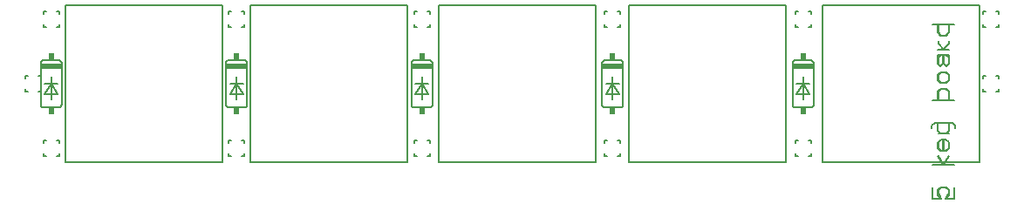
<source format=gto>
G75*
%MOIN*%
%OFA0B0*%
%FSLAX25Y25*%
%IPPOS*%
%LPD*%
%AMOC8*
5,1,8,0,0,1.08239X$1,22.5*
%
%ADD10C,0.00600*%
%ADD11R,0.08000X0.02000*%
%ADD12R,0.02000X0.02500*%
%ADD13C,0.00500*%
D10*
X0008940Y0019873D02*
X0008940Y0020873D01*
X0008940Y0019873D02*
X0009940Y0019873D01*
X0013940Y0019873D02*
X0014940Y0019873D01*
X0014940Y0020873D01*
X0014940Y0024873D02*
X0014940Y0025873D01*
X0013940Y0025873D01*
X0009940Y0025873D02*
X0008940Y0025873D01*
X0008940Y0024873D01*
X0008940Y0038479D02*
X0014940Y0038479D01*
X0015000Y0038481D01*
X0015061Y0038486D01*
X0015120Y0038495D01*
X0015179Y0038508D01*
X0015238Y0038524D01*
X0015295Y0038544D01*
X0015350Y0038567D01*
X0015405Y0038594D01*
X0015457Y0038623D01*
X0015508Y0038656D01*
X0015557Y0038692D01*
X0015603Y0038730D01*
X0015647Y0038772D01*
X0015689Y0038816D01*
X0015727Y0038862D01*
X0015763Y0038911D01*
X0015796Y0038962D01*
X0015825Y0039014D01*
X0015852Y0039069D01*
X0015875Y0039124D01*
X0015895Y0039181D01*
X0015911Y0039240D01*
X0015924Y0039299D01*
X0015933Y0039358D01*
X0015938Y0039419D01*
X0015940Y0039479D01*
X0015940Y0055479D01*
X0015938Y0055539D01*
X0015933Y0055600D01*
X0015924Y0055659D01*
X0015911Y0055718D01*
X0015895Y0055777D01*
X0015875Y0055834D01*
X0015852Y0055889D01*
X0015825Y0055944D01*
X0015796Y0055996D01*
X0015763Y0056047D01*
X0015727Y0056096D01*
X0015689Y0056142D01*
X0015647Y0056186D01*
X0015603Y0056228D01*
X0015557Y0056266D01*
X0015508Y0056302D01*
X0015457Y0056335D01*
X0015405Y0056364D01*
X0015350Y0056391D01*
X0015295Y0056414D01*
X0015238Y0056434D01*
X0015179Y0056450D01*
X0015120Y0056463D01*
X0015061Y0056472D01*
X0015000Y0056477D01*
X0014940Y0056479D01*
X0008940Y0056479D01*
X0008880Y0056477D01*
X0008819Y0056472D01*
X0008760Y0056463D01*
X0008701Y0056450D01*
X0008642Y0056434D01*
X0008585Y0056414D01*
X0008530Y0056391D01*
X0008475Y0056364D01*
X0008423Y0056335D01*
X0008372Y0056302D01*
X0008323Y0056266D01*
X0008277Y0056228D01*
X0008233Y0056186D01*
X0008191Y0056142D01*
X0008153Y0056096D01*
X0008117Y0056047D01*
X0008084Y0055996D01*
X0008055Y0055944D01*
X0008028Y0055889D01*
X0008005Y0055834D01*
X0007985Y0055777D01*
X0007969Y0055718D01*
X0007956Y0055659D01*
X0007947Y0055600D01*
X0007942Y0055539D01*
X0007940Y0055479D01*
X0007940Y0039479D01*
X0007942Y0039419D01*
X0007947Y0039358D01*
X0007956Y0039299D01*
X0007969Y0039240D01*
X0007985Y0039181D01*
X0008005Y0039124D01*
X0008028Y0039069D01*
X0008055Y0039014D01*
X0008084Y0038962D01*
X0008117Y0038911D01*
X0008153Y0038862D01*
X0008191Y0038816D01*
X0008233Y0038772D01*
X0008277Y0038730D01*
X0008323Y0038692D01*
X0008372Y0038656D01*
X0008423Y0038623D01*
X0008475Y0038594D01*
X0008530Y0038567D01*
X0008585Y0038544D01*
X0008642Y0038524D01*
X0008701Y0038508D01*
X0008760Y0038495D01*
X0008819Y0038486D01*
X0008880Y0038481D01*
X0008940Y0038479D01*
X0011940Y0041479D02*
X0011940Y0047479D01*
X0009440Y0047479D01*
X0011940Y0047479D02*
X0014440Y0047479D01*
X0011940Y0047479D02*
X0014440Y0043479D01*
X0009440Y0043479D01*
X0011940Y0047479D01*
X0011940Y0049979D01*
X0008050Y0050479D02*
X0008050Y0049479D01*
X0008050Y0050479D02*
X0007050Y0050479D01*
X0003050Y0050479D02*
X0002050Y0050479D01*
X0002050Y0049479D01*
X0002050Y0045479D02*
X0002050Y0044479D01*
X0003050Y0044479D01*
X0007050Y0044479D02*
X0008050Y0044479D01*
X0008050Y0045479D01*
X0078806Y0039479D02*
X0078806Y0055479D01*
X0078808Y0055539D01*
X0078813Y0055600D01*
X0078822Y0055659D01*
X0078835Y0055718D01*
X0078851Y0055777D01*
X0078871Y0055834D01*
X0078894Y0055889D01*
X0078921Y0055944D01*
X0078950Y0055996D01*
X0078983Y0056047D01*
X0079019Y0056096D01*
X0079057Y0056142D01*
X0079099Y0056186D01*
X0079143Y0056228D01*
X0079189Y0056266D01*
X0079238Y0056302D01*
X0079289Y0056335D01*
X0079341Y0056364D01*
X0079396Y0056391D01*
X0079451Y0056414D01*
X0079508Y0056434D01*
X0079567Y0056450D01*
X0079626Y0056463D01*
X0079685Y0056472D01*
X0079746Y0056477D01*
X0079806Y0056479D01*
X0085806Y0056479D01*
X0085866Y0056477D01*
X0085927Y0056472D01*
X0085986Y0056463D01*
X0086045Y0056450D01*
X0086104Y0056434D01*
X0086161Y0056414D01*
X0086216Y0056391D01*
X0086271Y0056364D01*
X0086323Y0056335D01*
X0086374Y0056302D01*
X0086423Y0056266D01*
X0086469Y0056228D01*
X0086513Y0056186D01*
X0086555Y0056142D01*
X0086593Y0056096D01*
X0086629Y0056047D01*
X0086662Y0055996D01*
X0086691Y0055944D01*
X0086718Y0055889D01*
X0086741Y0055834D01*
X0086761Y0055777D01*
X0086777Y0055718D01*
X0086790Y0055659D01*
X0086799Y0055600D01*
X0086804Y0055539D01*
X0086806Y0055479D01*
X0086806Y0039479D01*
X0086804Y0039419D01*
X0086799Y0039358D01*
X0086790Y0039299D01*
X0086777Y0039240D01*
X0086761Y0039181D01*
X0086741Y0039124D01*
X0086718Y0039069D01*
X0086691Y0039014D01*
X0086662Y0038962D01*
X0086629Y0038911D01*
X0086593Y0038862D01*
X0086555Y0038816D01*
X0086513Y0038772D01*
X0086469Y0038730D01*
X0086423Y0038692D01*
X0086374Y0038656D01*
X0086323Y0038623D01*
X0086271Y0038594D01*
X0086216Y0038567D01*
X0086161Y0038544D01*
X0086104Y0038524D01*
X0086045Y0038508D01*
X0085986Y0038495D01*
X0085927Y0038486D01*
X0085866Y0038481D01*
X0085806Y0038479D01*
X0079806Y0038479D01*
X0079746Y0038481D01*
X0079685Y0038486D01*
X0079626Y0038495D01*
X0079567Y0038508D01*
X0079508Y0038524D01*
X0079451Y0038544D01*
X0079396Y0038567D01*
X0079341Y0038594D01*
X0079289Y0038623D01*
X0079238Y0038656D01*
X0079189Y0038692D01*
X0079143Y0038730D01*
X0079099Y0038772D01*
X0079057Y0038816D01*
X0079019Y0038862D01*
X0078983Y0038911D01*
X0078950Y0038962D01*
X0078921Y0039014D01*
X0078894Y0039069D01*
X0078871Y0039124D01*
X0078851Y0039181D01*
X0078835Y0039240D01*
X0078822Y0039299D01*
X0078813Y0039358D01*
X0078808Y0039419D01*
X0078806Y0039479D01*
X0082806Y0041479D02*
X0082806Y0047479D01*
X0080306Y0047479D01*
X0082806Y0047479D02*
X0085306Y0047479D01*
X0082806Y0047479D02*
X0085306Y0043479D01*
X0080306Y0043479D01*
X0082806Y0047479D01*
X0082806Y0049979D01*
X0149672Y0055479D02*
X0149672Y0039479D01*
X0149674Y0039419D01*
X0149679Y0039358D01*
X0149688Y0039299D01*
X0149701Y0039240D01*
X0149717Y0039181D01*
X0149737Y0039124D01*
X0149760Y0039069D01*
X0149787Y0039014D01*
X0149816Y0038962D01*
X0149849Y0038911D01*
X0149885Y0038862D01*
X0149923Y0038816D01*
X0149965Y0038772D01*
X0150009Y0038730D01*
X0150055Y0038692D01*
X0150104Y0038656D01*
X0150155Y0038623D01*
X0150207Y0038594D01*
X0150262Y0038567D01*
X0150317Y0038544D01*
X0150374Y0038524D01*
X0150433Y0038508D01*
X0150492Y0038495D01*
X0150551Y0038486D01*
X0150612Y0038481D01*
X0150672Y0038479D01*
X0156672Y0038479D01*
X0156732Y0038481D01*
X0156793Y0038486D01*
X0156852Y0038495D01*
X0156911Y0038508D01*
X0156970Y0038524D01*
X0157027Y0038544D01*
X0157082Y0038567D01*
X0157137Y0038594D01*
X0157189Y0038623D01*
X0157240Y0038656D01*
X0157289Y0038692D01*
X0157335Y0038730D01*
X0157379Y0038772D01*
X0157421Y0038816D01*
X0157459Y0038862D01*
X0157495Y0038911D01*
X0157528Y0038962D01*
X0157557Y0039014D01*
X0157584Y0039069D01*
X0157607Y0039124D01*
X0157627Y0039181D01*
X0157643Y0039240D01*
X0157656Y0039299D01*
X0157665Y0039358D01*
X0157670Y0039419D01*
X0157672Y0039479D01*
X0157672Y0055479D01*
X0157670Y0055539D01*
X0157665Y0055600D01*
X0157656Y0055659D01*
X0157643Y0055718D01*
X0157627Y0055777D01*
X0157607Y0055834D01*
X0157584Y0055889D01*
X0157557Y0055944D01*
X0157528Y0055996D01*
X0157495Y0056047D01*
X0157459Y0056096D01*
X0157421Y0056142D01*
X0157379Y0056186D01*
X0157335Y0056228D01*
X0157289Y0056266D01*
X0157240Y0056302D01*
X0157189Y0056335D01*
X0157137Y0056364D01*
X0157082Y0056391D01*
X0157027Y0056414D01*
X0156970Y0056434D01*
X0156911Y0056450D01*
X0156852Y0056463D01*
X0156793Y0056472D01*
X0156732Y0056477D01*
X0156672Y0056479D01*
X0150672Y0056479D01*
X0150612Y0056477D01*
X0150551Y0056472D01*
X0150492Y0056463D01*
X0150433Y0056450D01*
X0150374Y0056434D01*
X0150317Y0056414D01*
X0150262Y0056391D01*
X0150207Y0056364D01*
X0150155Y0056335D01*
X0150104Y0056302D01*
X0150055Y0056266D01*
X0150009Y0056228D01*
X0149965Y0056186D01*
X0149923Y0056142D01*
X0149885Y0056096D01*
X0149849Y0056047D01*
X0149816Y0055996D01*
X0149787Y0055944D01*
X0149760Y0055889D01*
X0149737Y0055834D01*
X0149717Y0055777D01*
X0149701Y0055718D01*
X0149688Y0055659D01*
X0149679Y0055600D01*
X0149674Y0055539D01*
X0149672Y0055479D01*
X0153672Y0049979D02*
X0153672Y0047479D01*
X0151172Y0047479D01*
X0153672Y0047479D02*
X0156172Y0047479D01*
X0153672Y0047479D02*
X0156172Y0043479D01*
X0151172Y0043479D01*
X0153672Y0047479D01*
X0153672Y0041479D01*
X0222507Y0039479D02*
X0222507Y0055479D01*
X0222509Y0055539D01*
X0222514Y0055600D01*
X0222523Y0055659D01*
X0222536Y0055718D01*
X0222552Y0055777D01*
X0222572Y0055834D01*
X0222595Y0055889D01*
X0222622Y0055944D01*
X0222651Y0055996D01*
X0222684Y0056047D01*
X0222720Y0056096D01*
X0222758Y0056142D01*
X0222800Y0056186D01*
X0222844Y0056228D01*
X0222890Y0056266D01*
X0222939Y0056302D01*
X0222990Y0056335D01*
X0223042Y0056364D01*
X0223097Y0056391D01*
X0223152Y0056414D01*
X0223209Y0056434D01*
X0223268Y0056450D01*
X0223327Y0056463D01*
X0223386Y0056472D01*
X0223447Y0056477D01*
X0223507Y0056479D01*
X0229507Y0056479D01*
X0229567Y0056477D01*
X0229628Y0056472D01*
X0229687Y0056463D01*
X0229746Y0056450D01*
X0229805Y0056434D01*
X0229862Y0056414D01*
X0229917Y0056391D01*
X0229972Y0056364D01*
X0230024Y0056335D01*
X0230075Y0056302D01*
X0230124Y0056266D01*
X0230170Y0056228D01*
X0230214Y0056186D01*
X0230256Y0056142D01*
X0230294Y0056096D01*
X0230330Y0056047D01*
X0230363Y0055996D01*
X0230392Y0055944D01*
X0230419Y0055889D01*
X0230442Y0055834D01*
X0230462Y0055777D01*
X0230478Y0055718D01*
X0230491Y0055659D01*
X0230500Y0055600D01*
X0230505Y0055539D01*
X0230507Y0055479D01*
X0230507Y0039479D01*
X0230505Y0039419D01*
X0230500Y0039358D01*
X0230491Y0039299D01*
X0230478Y0039240D01*
X0230462Y0039181D01*
X0230442Y0039124D01*
X0230419Y0039069D01*
X0230392Y0039014D01*
X0230363Y0038962D01*
X0230330Y0038911D01*
X0230294Y0038862D01*
X0230256Y0038816D01*
X0230214Y0038772D01*
X0230170Y0038730D01*
X0230124Y0038692D01*
X0230075Y0038656D01*
X0230024Y0038623D01*
X0229972Y0038594D01*
X0229917Y0038567D01*
X0229862Y0038544D01*
X0229805Y0038524D01*
X0229746Y0038508D01*
X0229687Y0038495D01*
X0229628Y0038486D01*
X0229567Y0038481D01*
X0229507Y0038479D01*
X0223507Y0038479D01*
X0223447Y0038481D01*
X0223386Y0038486D01*
X0223327Y0038495D01*
X0223268Y0038508D01*
X0223209Y0038524D01*
X0223152Y0038544D01*
X0223097Y0038567D01*
X0223042Y0038594D01*
X0222990Y0038623D01*
X0222939Y0038656D01*
X0222890Y0038692D01*
X0222844Y0038730D01*
X0222800Y0038772D01*
X0222758Y0038816D01*
X0222720Y0038862D01*
X0222684Y0038911D01*
X0222651Y0038962D01*
X0222622Y0039014D01*
X0222595Y0039069D01*
X0222572Y0039124D01*
X0222552Y0039181D01*
X0222536Y0039240D01*
X0222523Y0039299D01*
X0222514Y0039358D01*
X0222509Y0039419D01*
X0222507Y0039479D01*
X0226507Y0041479D02*
X0226507Y0047479D01*
X0224007Y0047479D01*
X0226507Y0047479D02*
X0229007Y0047479D01*
X0226507Y0047479D02*
X0229007Y0043479D01*
X0224007Y0043479D01*
X0226507Y0047479D01*
X0226507Y0049979D01*
X0295341Y0055479D02*
X0295341Y0039479D01*
X0295343Y0039419D01*
X0295348Y0039358D01*
X0295357Y0039299D01*
X0295370Y0039240D01*
X0295386Y0039181D01*
X0295406Y0039124D01*
X0295429Y0039069D01*
X0295456Y0039014D01*
X0295485Y0038962D01*
X0295518Y0038911D01*
X0295554Y0038862D01*
X0295592Y0038816D01*
X0295634Y0038772D01*
X0295678Y0038730D01*
X0295724Y0038692D01*
X0295773Y0038656D01*
X0295824Y0038623D01*
X0295876Y0038594D01*
X0295931Y0038567D01*
X0295986Y0038544D01*
X0296043Y0038524D01*
X0296102Y0038508D01*
X0296161Y0038495D01*
X0296220Y0038486D01*
X0296281Y0038481D01*
X0296341Y0038479D01*
X0302341Y0038479D01*
X0302401Y0038481D01*
X0302462Y0038486D01*
X0302521Y0038495D01*
X0302580Y0038508D01*
X0302639Y0038524D01*
X0302696Y0038544D01*
X0302751Y0038567D01*
X0302806Y0038594D01*
X0302858Y0038623D01*
X0302909Y0038656D01*
X0302958Y0038692D01*
X0303004Y0038730D01*
X0303048Y0038772D01*
X0303090Y0038816D01*
X0303128Y0038862D01*
X0303164Y0038911D01*
X0303197Y0038962D01*
X0303226Y0039014D01*
X0303253Y0039069D01*
X0303276Y0039124D01*
X0303296Y0039181D01*
X0303312Y0039240D01*
X0303325Y0039299D01*
X0303334Y0039358D01*
X0303339Y0039419D01*
X0303341Y0039479D01*
X0303341Y0055479D01*
X0303339Y0055539D01*
X0303334Y0055600D01*
X0303325Y0055659D01*
X0303312Y0055718D01*
X0303296Y0055777D01*
X0303276Y0055834D01*
X0303253Y0055889D01*
X0303226Y0055944D01*
X0303197Y0055996D01*
X0303164Y0056047D01*
X0303128Y0056096D01*
X0303090Y0056142D01*
X0303048Y0056186D01*
X0303004Y0056228D01*
X0302958Y0056266D01*
X0302909Y0056302D01*
X0302858Y0056335D01*
X0302806Y0056364D01*
X0302751Y0056391D01*
X0302696Y0056414D01*
X0302639Y0056434D01*
X0302580Y0056450D01*
X0302521Y0056463D01*
X0302462Y0056472D01*
X0302401Y0056477D01*
X0302341Y0056479D01*
X0296341Y0056479D01*
X0296281Y0056477D01*
X0296220Y0056472D01*
X0296161Y0056463D01*
X0296102Y0056450D01*
X0296043Y0056434D01*
X0295986Y0056414D01*
X0295931Y0056391D01*
X0295876Y0056364D01*
X0295824Y0056335D01*
X0295773Y0056302D01*
X0295724Y0056266D01*
X0295678Y0056228D01*
X0295634Y0056186D01*
X0295592Y0056142D01*
X0295554Y0056096D01*
X0295518Y0056047D01*
X0295485Y0055996D01*
X0295456Y0055944D01*
X0295429Y0055889D01*
X0295406Y0055834D01*
X0295386Y0055777D01*
X0295370Y0055718D01*
X0295357Y0055659D01*
X0295348Y0055600D01*
X0295343Y0055539D01*
X0295341Y0055479D01*
X0299341Y0049979D02*
X0299341Y0047479D01*
X0296841Y0047479D01*
X0299341Y0047479D02*
X0301841Y0047479D01*
X0299341Y0047479D02*
X0301841Y0043479D01*
X0296841Y0043479D01*
X0299341Y0047479D01*
X0299341Y0041479D01*
X0348848Y0041232D02*
X0355254Y0041232D01*
X0355254Y0044435D01*
X0354186Y0045502D01*
X0352051Y0045502D01*
X0350984Y0044435D01*
X0350984Y0041232D01*
X0350712Y0041232D02*
X0350712Y0044435D01*
X0351780Y0045502D01*
X0353915Y0045502D01*
X0354983Y0044435D01*
X0354983Y0041232D01*
X0357118Y0041232D02*
X0350712Y0041232D01*
X0368192Y0044479D02*
X0368192Y0045479D01*
X0368192Y0044479D02*
X0369192Y0044479D01*
X0373192Y0044479D02*
X0374192Y0044479D01*
X0374192Y0045479D01*
X0374192Y0049479D02*
X0374192Y0050479D01*
X0373192Y0050479D01*
X0369192Y0050479D02*
X0368192Y0050479D01*
X0368192Y0049479D01*
X0355254Y0048745D02*
X0354186Y0047678D01*
X0352051Y0047678D01*
X0350984Y0048745D01*
X0350984Y0050880D01*
X0352051Y0051948D01*
X0354186Y0051948D01*
X0355254Y0050880D01*
X0355254Y0048745D01*
X0354983Y0048745D02*
X0353915Y0047678D01*
X0351780Y0047678D01*
X0350712Y0048745D01*
X0350712Y0050880D01*
X0351780Y0051948D01*
X0353915Y0051948D01*
X0354983Y0050880D01*
X0354983Y0048745D01*
X0354186Y0054123D02*
X0353119Y0055191D01*
X0353119Y0058393D01*
X0352847Y0058393D02*
X0352847Y0055191D01*
X0351780Y0054123D01*
X0350712Y0055191D01*
X0350712Y0058393D01*
X0353915Y0058393D01*
X0354983Y0057326D01*
X0354983Y0055191D01*
X0355254Y0055191D02*
X0354186Y0054123D01*
X0355254Y0055191D02*
X0355254Y0058393D01*
X0352051Y0058393D01*
X0350984Y0057326D01*
X0350984Y0055191D01*
X0350984Y0060569D02*
X0355254Y0060569D01*
X0354983Y0060569D02*
X0350712Y0060569D01*
X0352847Y0060569D02*
X0354983Y0062704D01*
X0354983Y0063771D01*
X0350984Y0063771D02*
X0350984Y0062704D01*
X0353119Y0060569D01*
X0353915Y0065940D02*
X0351780Y0065940D01*
X0350712Y0067007D01*
X0350712Y0070210D01*
X0357118Y0070210D01*
X0355254Y0070210D02*
X0355254Y0067007D01*
X0354186Y0065940D01*
X0352051Y0065940D01*
X0350984Y0067007D01*
X0350984Y0070210D01*
X0348848Y0070210D02*
X0355254Y0070210D01*
X0354983Y0070210D02*
X0354983Y0067007D01*
X0353915Y0065940D01*
X0368192Y0069085D02*
X0369192Y0069085D01*
X0368192Y0069085D02*
X0368192Y0070085D01*
X0373192Y0069085D02*
X0374192Y0069085D01*
X0374192Y0070085D01*
X0374192Y0074085D02*
X0374192Y0075085D01*
X0373192Y0075085D01*
X0369192Y0075085D02*
X0368192Y0075085D01*
X0368192Y0074085D01*
X0302341Y0074085D02*
X0302341Y0075085D01*
X0301341Y0075085D01*
X0297341Y0075085D02*
X0296341Y0075085D01*
X0296341Y0074085D01*
X0296341Y0070085D02*
X0296341Y0069085D01*
X0297341Y0069085D01*
X0301341Y0069085D02*
X0302341Y0069085D01*
X0302341Y0070085D01*
X0229507Y0070085D02*
X0229507Y0069085D01*
X0228507Y0069085D01*
X0224507Y0069085D02*
X0223507Y0069085D01*
X0223507Y0070085D01*
X0223507Y0074085D02*
X0223507Y0075085D01*
X0224507Y0075085D01*
X0228507Y0075085D02*
X0229507Y0075085D01*
X0229507Y0074085D01*
X0156672Y0074085D02*
X0156672Y0075085D01*
X0155672Y0075085D01*
X0151672Y0075085D02*
X0150672Y0075085D01*
X0150672Y0074085D01*
X0150672Y0070085D02*
X0150672Y0069085D01*
X0151672Y0069085D01*
X0155672Y0069085D02*
X0156672Y0069085D01*
X0156672Y0070085D01*
X0085806Y0070085D02*
X0085806Y0069085D01*
X0084806Y0069085D01*
X0080806Y0069085D02*
X0079806Y0069085D01*
X0079806Y0070085D01*
X0079806Y0074085D02*
X0079806Y0075085D01*
X0080806Y0075085D01*
X0084806Y0075085D02*
X0085806Y0075085D01*
X0085806Y0074085D01*
X0014940Y0074085D02*
X0014940Y0075085D01*
X0013940Y0075085D01*
X0009940Y0075085D02*
X0008940Y0075085D01*
X0008940Y0074085D01*
X0008940Y0070085D02*
X0008940Y0069085D01*
X0009940Y0069085D01*
X0013940Y0069085D02*
X0014940Y0069085D01*
X0014940Y0070085D01*
X0079806Y0025873D02*
X0079806Y0024873D01*
X0079806Y0025873D02*
X0080806Y0025873D01*
X0084806Y0025873D02*
X0085806Y0025873D01*
X0085806Y0024873D01*
X0085806Y0020873D02*
X0085806Y0019873D01*
X0084806Y0019873D01*
X0080806Y0019873D02*
X0079806Y0019873D01*
X0079806Y0020873D01*
X0150672Y0020873D02*
X0150672Y0019873D01*
X0151672Y0019873D01*
X0155672Y0019873D02*
X0156672Y0019873D01*
X0156672Y0020873D01*
X0156672Y0024873D02*
X0156672Y0025873D01*
X0155672Y0025873D01*
X0151672Y0025873D02*
X0150672Y0025873D01*
X0150672Y0024873D01*
X0223507Y0024873D02*
X0223507Y0025873D01*
X0224507Y0025873D01*
X0228507Y0025873D02*
X0229507Y0025873D01*
X0229507Y0024873D01*
X0229507Y0020873D02*
X0229507Y0019873D01*
X0228507Y0019873D01*
X0224507Y0019873D02*
X0223507Y0019873D01*
X0223507Y0020873D01*
X0296341Y0020873D02*
X0296341Y0019873D01*
X0297341Y0019873D01*
X0301341Y0019873D02*
X0302341Y0019873D01*
X0302341Y0020873D01*
X0302341Y0024873D02*
X0302341Y0025873D01*
X0301341Y0025873D01*
X0297341Y0025873D02*
X0296341Y0025873D01*
X0296341Y0024873D01*
X0348577Y0030476D02*
X0348577Y0031544D01*
X0349645Y0032611D01*
X0354983Y0032611D01*
X0355254Y0032611D02*
X0355254Y0029409D01*
X0354186Y0028341D01*
X0350984Y0028341D01*
X0351780Y0028341D02*
X0350712Y0029409D01*
X0350712Y0032611D01*
X0350984Y0032611D02*
X0356322Y0032611D01*
X0357389Y0031544D01*
X0357389Y0030476D01*
X0354983Y0028341D02*
X0351780Y0028341D01*
X0352051Y0026166D02*
X0353119Y0026166D01*
X0353119Y0021896D01*
X0352847Y0021896D02*
X0352847Y0026166D01*
X0353915Y0026166D01*
X0354983Y0025098D01*
X0354983Y0022963D01*
X0353915Y0021896D01*
X0351780Y0021896D01*
X0350712Y0022963D01*
X0350712Y0025098D01*
X0350984Y0025098D02*
X0352051Y0026166D01*
X0350984Y0025098D02*
X0350984Y0022963D01*
X0352051Y0021896D01*
X0354186Y0021896D01*
X0355254Y0022963D01*
X0355254Y0025098D01*
X0355254Y0019727D02*
X0353119Y0016524D01*
X0350984Y0019727D01*
X0350712Y0019727D02*
X0352847Y0016524D01*
X0354983Y0019727D01*
X0355254Y0016524D02*
X0348848Y0016524D01*
X0350712Y0016524D02*
X0357118Y0016524D01*
X0357118Y0007904D02*
X0357118Y0003633D01*
X0353915Y0003633D01*
X0354983Y0005768D01*
X0354983Y0006836D01*
X0353915Y0007904D01*
X0351780Y0007904D01*
X0350712Y0006836D01*
X0350712Y0004701D01*
X0351780Y0003633D01*
X0352051Y0003633D02*
X0350984Y0005768D01*
X0350984Y0006836D01*
X0352051Y0007904D01*
X0354186Y0007904D01*
X0355254Y0006836D01*
X0355254Y0004701D01*
X0354186Y0003633D01*
X0352051Y0003633D02*
X0348848Y0003633D01*
X0348848Y0007904D01*
D11*
X0299341Y0053979D03*
X0226507Y0053979D03*
X0153672Y0053979D03*
X0082806Y0053979D03*
X0011940Y0053979D03*
D12*
X0011940Y0057729D03*
X0082806Y0057729D03*
X0153672Y0057729D03*
X0226507Y0057729D03*
X0299341Y0057729D03*
X0299341Y0037229D03*
X0226507Y0037229D03*
X0153672Y0037229D03*
X0082806Y0037229D03*
X0011940Y0037229D03*
D13*
X0017373Y0017479D02*
X0077373Y0017479D01*
X0077373Y0077479D01*
X0017373Y0077479D01*
X0017373Y0017479D01*
X0088239Y0017479D02*
X0148239Y0017479D01*
X0148239Y0077479D01*
X0088239Y0077479D01*
X0088239Y0017479D01*
X0160089Y0017479D02*
X0220089Y0017479D01*
X0220089Y0077479D01*
X0160089Y0077479D01*
X0160089Y0017479D01*
X0232924Y0017479D02*
X0292924Y0017479D01*
X0292924Y0077479D01*
X0232924Y0077479D01*
X0232924Y0017479D01*
X0306743Y0017479D02*
X0366743Y0017479D01*
X0366743Y0077479D01*
X0306743Y0077479D01*
X0306743Y0017479D01*
M02*

</source>
